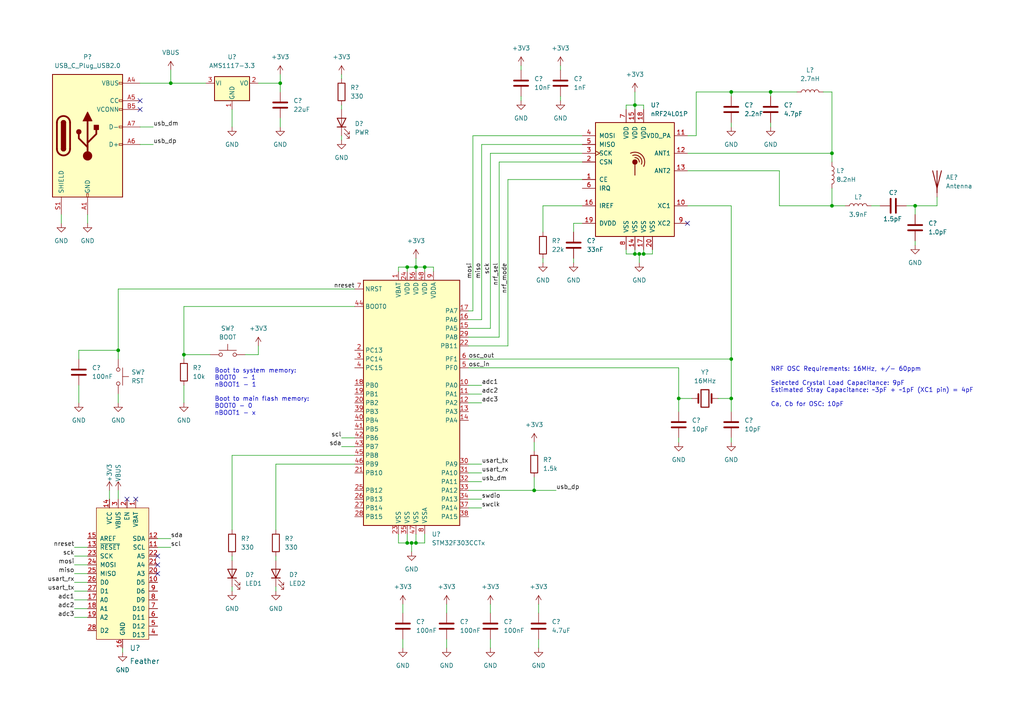
<source format=kicad_sch>
(kicad_sch (version 20211123) (generator eeschema)
  (paper "A4")
  (title_block (title "STM32 Dev Board with 2.4GHz Radio") (date "2022-05-10") (rev "A") (comment 1 "Author: Natesh Narain"))
  (lib_symbols
    (symbol "Connector:USB_C_Plug_USB2.0" (pin_names (offset 1.016))
      (property "Reference" "P" (at -10.16 19.05 0))
      (property "Value" "USB_C_Plug_USB2.0" (at 12.7 19.05 0))
      (symbol "USB_C_Plug_USB2.0_0_0"
        (rectangle (start -0.254 -17.78) (end 0.254 -16.764))
        (rectangle (start 10.16 -2.286) (end 9.144 -2.794))
        (rectangle (start 10.16 2.794) (end 9.144 2.286))
        (rectangle (start 10.16 7.874) (end 9.144 7.366))
        (rectangle (start 10.16 10.414) (end 9.144 9.906))
        (rectangle (start 10.16 15.494) (end 9.144 14.986))
      )
      (symbol "USB_C_Plug_USB2.0_0_1"
        (rectangle (start -10.16 17.78) (end 10.16 -17.78) (stroke (width 0.254)) (fill (type background)))
        (arc (start -8.89 -3.81) (mid -6.985 -5.715) (end -5.08 -3.81) (stroke (width 0.508)))
        (arc (start -7.62 -3.81) (mid -6.985 -4.445) (end -6.35 -3.81) (stroke (width 0.254)))
        (arc (start -7.62 -3.81) (mid -6.985 -4.445) (end -6.35 -3.81) (stroke (width 0.254)) (fill (type outline)))
        (rectangle (start -7.62 -3.81) (end -6.35 3.81) (stroke (width 0.254)) (fill (type outline)))
        (arc (start -6.35 3.81) (mid -6.985 4.445) (end -7.62 3.81) (stroke (width 0.254)))
        (arc (start -6.35 3.81) (mid -6.985 4.445) (end -7.62 3.81) (stroke (width 0.254)) (fill (type outline)))
        (arc (start -5.08 3.81) (mid -6.985 5.715) (end -8.89 3.81) (stroke (width 0.508)))
        (circle (center -2.54 1.143) (radius 0.635) (stroke (width 0.254)) (fill (type outline)))
        (circle (center 0 -5.842) (radius 1.27) (fill (type outline)))
        (polyline (pts (xy -8.89 -3.81) (xy -8.89 3.81)) (stroke (width 0.508)))
        (polyline (pts (xy -5.08 3.81) (xy -5.08 -3.81)) (stroke (width 0.508)))
        (polyline (pts (xy 0 -5.842) (xy 0 4.318)) (stroke (width 0.508)))
        (polyline (pts (xy 0 -3.302) (xy -2.54 -0.762) (xy -2.54 0.508)) (stroke (width 0.508)))
        (polyline (pts (xy 0 -2.032) (xy 2.54 0.508) (xy 2.54 1.778)) (stroke (width 0.508)))
        (polyline (pts (xy -1.27 4.318) (xy 0 6.858) (xy 1.27 4.318) (xy -1.27 4.318)) (stroke (width 0.254)) (fill (type outline)))
        (rectangle (start 1.905 1.778) (end 3.175 3.048) (stroke (width 0.254)) (fill (type outline)))
      )
      (symbol "USB_C_Plug_USB2.0_1_1"
        (pin passive line (at 0 -22.86 90) (length 5.08) (name "GND") (number "A1"))
        (pin passive line (at 0 -22.86 90) (length 5.08) hide (name "GND") (number "A12"))
        (pin passive line (at 15.24 15.24 180) (length 5.08) (name "VBUS") (number "A4"))
        (pin bidirectional line (at 15.24 10.16 180) (length 5.08) (name "CC") (number "A5"))
        (pin bidirectional line (at 15.24 -2.54 180) (length 5.08) (name "D+") (number "A6"))
        (pin bidirectional line (at 15.24 2.54 180) (length 5.08) (name "D-") (number "A7"))
        (pin passive line (at 15.24 15.24 180) (length 5.08) hide (name "VBUS") (number "A9"))
        (pin passive line (at 0 -22.86 90) (length 5.08) hide (name "GND") (number "B1"))
        (pin passive line (at 0 -22.86 90) (length 5.08) hide (name "GND") (number "B12"))
        (pin passive line (at 15.24 15.24 180) (length 5.08) hide (name "VBUS") (number "B4"))
        (pin bidirectional line (at 15.24 7.62 180) (length 5.08) (name "VCONN") (number "B5"))
        (pin passive line (at 15.24 15.24 180) (length 5.08) hide (name "VBUS") (number "B9"))
        (pin passive line (at -7.62 -22.86 90) (length 5.08) (name "SHIELD") (number "S1"))
      )
    )
    (symbol "Device:Antenna" (pin_numbers hide) (pin_names (offset 1.016) hide)
      (property "Reference" "AE" (at -1.905 1.905 0))
      (property "Value" "Antenna" (at -1.905 0 0))
      (symbol "Antenna_0_1"
        (polyline (pts (xy 0 2.54) (xy 0 -3.81)) (stroke (width 0.254)))
        (polyline (pts (xy 1.27 2.54) (xy 0 -2.54) (xy -1.27 2.54)) (stroke (width 0.254)))
      )
      (symbol "Antenna_1_1"
        (pin input line (at 0 -5.08 90) (length 2.54) (name "A") (number "1"))
      )
    )
    (symbol "Device:C" (pin_numbers hide) (pin_names (offset 0.254))
      (property "Reference" "C" (at 0.635 2.54 0))
      (property "Value" "C" (at 0.635 -2.54 0))
      (symbol "C_0_1"
        (polyline (pts (xy -2.032 -0.762) (xy 2.032 -0.762)) (stroke (width 0.508)))
        (polyline (pts (xy -2.032 0.762) (xy 2.032 0.762)) (stroke (width 0.508)))
      )
      (symbol "C_1_1"
        (pin passive line (at 0 3.81 270) (length 2.794) (name "~") (number "1"))
        (pin passive line (at 0 -3.81 90) (length 2.794) (name "~") (number "2"))
      )
    )
    (symbol "Device:Crystal" (pin_numbers hide) (pin_names (offset 1.016) hide)
      (property "Reference" "Y" (at 0 3.81 0))
      (property "Value" "Crystal" (at 0 -3.81 0))
      (symbol "Crystal_0_1"
        (rectangle (start -1.143 2.54) (end 1.143 -2.54) (stroke (width 0.3048)))
        (polyline (pts (xy -2.54 0) (xy -1.905 0)))
        (polyline (pts (xy -1.905 -1.27) (xy -1.905 1.27)) (stroke (width 0.508)))
        (polyline (pts (xy 1.905 -1.27) (xy 1.905 1.27)) (stroke (width 0.508)))
        (polyline (pts (xy 2.54 0) (xy 1.905 0)))
      )
      (symbol "Crystal_1_1"
        (pin passive line (at -3.81 0 0) (length 1.27) (name "1") (number "1"))
        (pin passive line (at 3.81 0 180) (length 1.27) (name "2") (number "2"))
      )
    )
    (symbol "Device:L" (pin_numbers hide) (pin_names (offset 1.016) hide)
      (property "Reference" "L" (at -1.27 0 90))
      (property "Value" "L" (at 1.905 0 90))
      (symbol "L_0_1"
        (arc (start 0 -2.54) (mid 0.635 -1.905) (end 0 -1.27))
        (arc (start 0 -1.27) (mid 0.635 -0.635) (end 0 0))
        (arc (start 0 0) (mid 0.635 0.635) (end 0 1.27))
        (arc (start 0 1.27) (mid 0.635 1.905) (end 0 2.54))
      )
      (symbol "L_1_1"
        (pin passive line (at 0 3.81 270) (length 1.27) (name "1") (number "1"))
        (pin passive line (at 0 -3.81 90) (length 1.27) (name "2") (number "2"))
      )
    )
    (symbol "Device:LED" (pin_numbers hide) (pin_names (offset 1.016) hide)
      (property "Reference" "D" (at 0 2.54 0))
      (property "Value" "LED" (at 0 -2.54 0))
      (symbol "LED_0_1"
        (polyline (pts (xy -1.27 -1.27) (xy -1.27 1.27)) (stroke (width 0.254)))
        (polyline (pts (xy -1.27 0) (xy 1.27 0)))
        (polyline (pts (xy 1.27 -1.27) (xy 1.27 1.27) (xy -1.27 0) (xy 1.27 -1.27)) (stroke (width 0.254)))
        (polyline (pts (xy -3.048 -0.762) (xy -4.572 -2.286) (xy -3.81 -2.286) (xy -4.572 -2.286) (xy -4.572 -1.524)))
        (polyline (pts (xy -1.778 -0.762) (xy -3.302 -2.286) (xy -2.54 -2.286) (xy -3.302 -2.286) (xy -3.302 -1.524)))
      )
      (symbol "LED_1_1"
        (pin passive line (at -3.81 0 0) (length 2.54) (name "K") (number "1"))
        (pin passive line (at 3.81 0 180) (length 2.54) (name "A") (number "2"))
      )
    )
    (symbol "Device:R" (pin_numbers hide) (pin_names (offset 0))
      (property "Reference" "R" (at 2.032 0 90))
      (property "Value" "R" (at 0 0 90))
      (symbol "R_0_1"
        (rectangle (start -1.016 -2.54) (end 1.016 2.54) (stroke (width 0.254)))
      )
      (symbol "R_1_1"
        (pin passive line (at 0 3.81 270) (length 1.27) (name "~") (number "1"))
        (pin passive line (at 0 -3.81 90) (length 1.27) (name "~") (number "2"))
      )
    )
    (symbol "MCU_ST_STM32F3:STM32F303CCTx"
      (property "Reference" "U?" (at 4.5594 -38.1 0))
      (property "Value" "STM32F303CCTx" (at 4.5594 -40.64 0))
      (symbol "STM32F303CCTx_0_1"
        (rectangle (start -15.24 -35.56) (end 12.7 35.56) (stroke (width 0.254)) (fill (type background)))
      )
      (symbol "STM32F303CCTx_1_1"
        (pin power_in line (at -5.08 38.1 270) (length 2.54) (name "VBAT") (number "1"))
        (pin bidirectional line (at 15.24 5.08 180) (length 2.54) (name "PA0") (number "10"))
        (pin bidirectional line (at 15.24 2.54 180) (length 2.54) (name "PA1") (number "11"))
        (pin bidirectional line (at 15.24 0 180) (length 2.54) (name "PA2") (number "12"))
        (pin bidirectional line (at 15.24 -2.54 180) (length 2.54) (name "PA3") (number "13"))
        (pin bidirectional line (at 15.24 -5.08 180) (length 2.54) (name "PA4") (number "14"))
        (pin bidirectional line (at 15.24 21.59 180) (length 2.54) (name "PA5") (number "15"))
        (pin bidirectional line (at 15.24 24.13 180) (length 2.54) (name "PA6") (number "16"))
        (pin bidirectional line (at 15.24 26.67 180) (length 2.54) (name "PA7") (number "17"))
        (pin bidirectional line (at -17.78 5.08 0) (length 2.54) (name "PB0") (number "18"))
        (pin bidirectional line (at -17.78 2.54 0) (length 2.54) (name "PB1") (number "19"))
        (pin bidirectional line (at -17.78 15.24 0) (length 2.54) (name "PC13") (number "2"))
        (pin bidirectional line (at -17.78 0 0) (length 2.54) (name "PB2") (number "20"))
        (pin bidirectional line (at -17.78 -20.32 0) (length 2.54) (name "PB10") (number "21"))
        (pin bidirectional line (at 15.24 16.51 180) (length 2.54) (name "PB11") (number "22"))
        (pin power_in line (at -5.08 -38.1 90) (length 2.54) (name "VSS") (number "23"))
        (pin power_in line (at -2.54 38.1 270) (length 2.54) (name "VDD") (number "24"))
        (pin bidirectional line (at -17.78 -25.4 0) (length 2.54) (name "PB12") (number "25"))
        (pin bidirectional line (at -17.78 -27.94 0) (length 2.54) (name "PB13") (number "26"))
        (pin bidirectional line (at -17.78 -30.48 0) (length 2.54) (name "PB14") (number "27"))
        (pin bidirectional line (at -17.78 -33.02 0) (length 2.54) (name "PB15") (number "28"))
        (pin bidirectional line (at 15.24 19.05 180) (length 2.54) (name "PA8") (number "29"))
        (pin bidirectional line (at -17.78 12.7 0) (length 2.54) (name "PC14") (number "3"))
        (pin bidirectional line (at 15.24 -17.78 180) (length 2.54) (name "PA9") (number "30"))
        (pin bidirectional line (at 15.24 -20.32 180) (length 2.54) (name "PA10") (number "31"))
        (pin bidirectional line (at 15.24 -22.86 180) (length 2.54) (name "PA11") (number "32"))
        (pin bidirectional line (at 15.24 -25.4 180) (length 2.54) (name "PA12") (number "33"))
        (pin bidirectional line (at 15.24 -27.94 180) (length 2.54) (name "PA13") (number "34"))
        (pin power_in line (at -2.54 -38.1 90) (length 2.54) (name "VSS") (number "35"))
        (pin power_in line (at 0 38.1 270) (length 2.54) (name "VDD") (number "36"))
        (pin bidirectional line (at 15.24 -30.48 180) (length 2.54) (name "PA14") (number "37"))
        (pin bidirectional line (at 15.24 -33.02 180) (length 2.54) (name "PA15") (number "38"))
        (pin bidirectional line (at -17.78 -2.54 0) (length 2.54) (name "PB3") (number "39"))
        (pin bidirectional line (at -17.78 10.16 0) (length 2.54) (name "PC15") (number "4"))
        (pin bidirectional line (at -17.78 -5.08 0) (length 2.54) (name "PB4") (number "40"))
        (pin bidirectional line (at -17.78 -7.62 0) (length 2.54) (name "PB5") (number "41"))
        (pin bidirectional line (at -17.78 -10.16 0) (length 2.54) (name "PB6") (number "42"))
        (pin bidirectional line (at -17.78 -12.7 0) (length 2.54) (name "PB7") (number "43"))
        (pin input line (at -17.78 27.94 0) (length 2.54) (name "BOOT0") (number "44"))
        (pin bidirectional line (at -17.78 -15.24 0) (length 2.54) (name "PB8") (number "45"))
        (pin bidirectional line (at -17.78 -17.78 0) (length 2.54) (name "PB9") (number "46"))
        (pin power_in line (at 0 -38.1 90) (length 2.54) (name "VSS") (number "47"))
        (pin power_in line (at 2.54 38.1 270) (length 2.54) (name "VDD") (number "48"))
        (pin input line (at 15.24 10.16 180) (length 2.54) (name "PF0") (number "5"))
        (pin input line (at 15.24 12.7 180) (length 2.54) (name "PF1") (number "6"))
        (pin input line (at -17.78 33.02 0) (length 2.54) (name "NRST") (number "7"))
        (pin power_in line (at 2.54 -38.1 90) (length 2.54) (name "VSSA") (number "8"))
        (pin power_in line (at 5.08 38.1 270) (length 2.54) (name "VDDA") (number "9"))
      )
    )
    (symbol "RF:nRF24L01P" (pin_names (offset 1.016))
      (property "Reference" "U" (at -11.43 17.78 0))
      (property "Value" "nRF24L01P" (at 5.08 17.78 0))
      (symbol "nRF24L01P_0_1"
        (rectangle (start -11.43 16.51) (end 11.43 -16.51) (stroke (width 0.254)) (fill (type background)))
        (polyline (pts (xy 0 4.445) (xy 0 1.27)) (stroke (width 0.254)))
        (circle (center 0 5.08) (radius 0.635) (stroke (width 0.254)) (fill (type outline)))
        (arc (start 1.27 5.08) (mid 0.9109 5.9909) (end 0 6.35) (stroke (width 0.254)))
        (arc (start 1.905 4.445) (mid 1.4383 6.5183) (end -0.635 6.985) (stroke (width 0.254)))
        (arc (start 2.54 3.81) (mid 2.008 7.088) (end -1.27 7.62) (stroke (width 0.254)))
        (rectangle (start 11.43 -13.97) (end 11.43 -13.97))
      )
      (symbol "nRF24L01P_1_1"
        (pin input line (at -15.24 0 0) (length 3.81) (name "CE") (number "1"))
        (pin passive line (at 15.24 -7.62 180) (length 3.81) (name "XC1") (number "10"))
        (pin power_out line (at 15.24 12.7 180) (length 3.81) (name "VDD_PA") (number "11"))
        (pin passive line (at 15.24 7.62 180) (length 3.81) (name "ANT1") (number "12"))
        (pin passive line (at 15.24 2.54 180) (length 3.81) (name "ANT2") (number "13"))
        (pin power_in line (at 0 -20.32 90) (length 3.81) (name "VSS") (number "14"))
        (pin power_in line (at 0 20.32 270) (length 3.81) (name "VDD") (number "15"))
        (pin passive line (at -15.24 -7.62 0) (length 3.81) (name "IREF") (number "16"))
        (pin power_in line (at 2.54 -20.32 90) (length 3.81) (name "VSS") (number "17"))
        (pin power_in line (at 2.54 20.32 270) (length 3.81) (name "VDD") (number "18"))
        (pin power_out line (at -15.24 -12.7 0) (length 3.81) (name "DVDD") (number "19"))
        (pin input line (at -15.24 5.08 0) (length 3.81) (name "CSN") (number "2"))
        (pin power_in line (at 5.08 -20.32 90) (length 3.81) (name "VSS") (number "20"))
        (pin input clock (at -15.24 7.62 0) (length 3.81) (name "SCK") (number "3"))
        (pin input line (at -15.24 12.7 0) (length 3.81) (name "MOSI") (number "4"))
        (pin output line (at -15.24 10.16 0) (length 3.81) (name "MISO") (number "5"))
        (pin output line (at -15.24 -2.54 0) (length 3.81) (name "IRQ") (number "6"))
        (pin power_in line (at -2.54 20.32 270) (length 3.81) (name "VDD") (number "7"))
        (pin power_in line (at -2.54 -20.32 90) (length 3.81) (name "VSS") (number "8"))
        (pin passive line (at 15.24 -12.7 180) (length 3.81) (name "XC2") (number "9"))
      )
    )
    (symbol "Regulator_Linear:AMS1117-3.3" (pin_names (offset 0.254))
      (property "Reference" "U" (at -3.81 3.175 0))
      (property "Value" "AMS1117-3.3" (at 0 3.175 0))
      (symbol "AMS1117-3.3_0_1"
        (rectangle (start -5.08 -5.08) (end 5.08 1.905) (stroke (width 0.254)) (fill (type background)))
      )
      (symbol "AMS1117-3.3_1_1"
        (pin power_in line (at 0 -7.62 90) (length 2.54) (name "GND") (number "1"))
        (pin power_out line (at 7.62 0 180) (length 2.54) (name "VO") (number "2"))
        (pin power_in line (at -7.62 0 0) (length 2.54) (name "VI") (number "3"))
      )
    )
    (symbol "Switch:SW_Push" (pin_numbers hide) (pin_names (offset 1.016) hide)
      (property "Reference" "SW" (at 1.27 2.54 0))
      (property "Value" "SW_Push" (at 0 -1.524 0))
      (symbol "SW_Push_0_1"
        (circle (center -2.032 0) (radius 0.508))
        (polyline (pts (xy 0 1.27) (xy 0 3.048)))
        (polyline (pts (xy 2.54 1.27) (xy -2.54 1.27)))
        (circle (center 2.032 0) (radius 0.508))
        (pin passive line (at -5.08 0 0) (length 2.54) (name "1") (number "1"))
        (pin passive line (at 5.08 0 180) (length 2.54) (name "2") (number "2"))
      )
    )
    (symbol "adafruit:Feather" (pin_names (offset 1.016))
      (property "Reference" "U" (at 10.16 21.59 0))
      (property "Value" "Feather" (at 10.16 24.13 0))
      (symbol "Feather_0_1"
        (rectangle (start -7.62 17.78) (end 7.62 -20.32) (fill (type background)))
      )
      (symbol "Feather_1_1"
        (pin power_in line (at 3.81 20.32 270) (length 2.54) (name "VBAT") (number "1"))
        (pin bidirectional line (at 10.16 -3.81 180) (length 2.54) (name "D5") (number "10"))
        (pin bidirectional line (at 10.16 6.35 180) (length 2.54) (name "SCL") (number "11"))
        (pin bidirectional line (at 10.16 8.89 180) (length 2.54) (name "SDA") (number "12"))
        (pin input line (at -10.16 6.35 0) (length 2.54) (name "~{RESET}") (number "13"))
        (pin power_in line (at -3.81 20.32 270) (length 2.54) (name "VCC") (number "14"))
        (pin input line (at -10.16 8.89 0) (length 2.54) (name "AREF") (number "15"))
        (pin power_out line (at 0 -22.86 90) (length 2.54) (name "GND") (number "16"))
        (pin bidirectional line (at -10.16 -8.89 0) (length 2.54) (name "A0") (number "17"))
        (pin bidirectional line (at -10.16 -11.43 0) (length 2.54) (name "A1") (number "18"))
        (pin bidirectional line (at -10.16 -13.97 0) (length 2.54) (name "A2") (number "19"))
        (pin input line (at 1.27 20.32 270) (length 2.54) (name "EN") (number "2"))
        (pin bidirectional line (at 10.16 -1.27 180) (length 2.54) (name "A3") (number "20"))
        (pin bidirectional line (at 10.16 1.27 180) (length 2.54) (name "A4") (number "21"))
        (pin bidirectional line (at 10.16 3.81 180) (length 2.54) (name "A5") (number "22"))
        (pin bidirectional line (at -10.16 3.81 0) (length 2.54) (name "SCK") (number "23"))
        (pin bidirectional line (at -10.16 1.27 0) (length 2.54) (name "MOSI") (number "24"))
        (pin bidirectional line (at -10.16 -1.27 0) (length 2.54) (name "MISO") (number "25"))
        (pin bidirectional line (at -10.16 -3.81 0) (length 2.54) (name "D0") (number "26"))
        (pin bidirectional line (at -10.16 -6.35 0) (length 2.54) (name "D1") (number "27"))
        (pin bidirectional line (at -10.16 -17.78 0) (length 2.54) (name "D2") (number "28"))
        (pin power_out line (at -1.27 20.32 270) (length 2.54) (name "VBUS") (number "3"))
        (pin bidirectional line (at 10.16 -19.05 180) (length 2.54) (name "D13") (number "4"))
        (pin bidirectional line (at 10.16 -16.51 180) (length 2.54) (name "D12") (number "5"))
        (pin bidirectional line (at 10.16 -13.97 180) (length 2.54) (name "D11") (number "6"))
        (pin bidirectional line (at 10.16 -11.43 180) (length 2.54) (name "D10") (number "7"))
        (pin bidirectional line (at 10.16 -8.89 180) (length 2.54) (name "D9") (number "8"))
        (pin bidirectional line (at 10.16 -6.35 180) (length 2.54) (name "D6") (number "9"))
      )
    )
    (symbol "power:+3V3" (power) (pin_names (offset 0))
      (property "Value" "+3V3" (at 0 3.556 0))
      (symbol "+3V3_0_1"
        (polyline (pts (xy -0.762 1.27) (xy 0 2.54)))
        (polyline (pts (xy 0 0) (xy 0 2.54)))
        (polyline (pts (xy 0 2.54) (xy 0.762 1.27)))
      )
      (symbol "+3V3_1_1"
        (pin power_in line (at 0 0 90) (length 0) hide (name "+3V3") (number "1"))
      )
    )
    (symbol "power:GND" (power) (pin_names (offset 0))
      (property "Value" "GND" (at 0 -3.81 0))
      (symbol "GND_0_1"
        (polyline (pts (xy 0 0) (xy 0 -1.27) (xy 1.27 -1.27) (xy 0 -2.54) (xy -1.27 -1.27) (xy 0 -1.27)))
      )
      (symbol "GND_1_1"
        (pin power_in line (at 0 0 270) (length 0) hide (name "GND") (number "1"))
      )
    )
    (symbol "power:VBUS" (power) (pin_names (offset 0))
      (property "Value" "VBUS" (at 0 3.81 0))
      (symbol "VBUS_0_1"
        (polyline (pts (xy -0.762 1.27) (xy 0 2.54)))
        (polyline (pts (xy 0 0) (xy 0 2.54)))
        (polyline (pts (xy 0 2.54) (xy 0.762 1.27)))
      )
      (symbol "VBUS_1_1"
        (pin power_in line (at 0 0 90) (length 0) hide (name "VBUS") (number "1"))
      )
    )
  )
  (junction (at 241.3 44.45))
  (junction (at 223.52 26.67))
  (junction (at 212.09 26.67))
  (junction (at 118.11 157.48))
  (junction (at 184.15 30.48))
  (junction (at 154.94 142.24))
  (junction (at 212.09 115.57))
  (junction (at 212.09 104.14))
  (junction (at 186.69 73.66))
  (junction (at 185.42 73.66))
  (junction (at 119.38 157.48))
  (junction (at 123.19 77.47))
  (junction (at 120.65 77.47))
  (junction (at 184.15 73.66))
  (junction (at 196.85 115.57))
  (junction (at 34.29 101.6))
  (junction (at 81.28 24.13))
  (junction (at 120.65 157.48))
  (junction (at 241.3 59.69))
  (junction (at 53.34 102.87))
  (junction (at 49.53 24.13))
  (junction (at 118.11 77.47))
  (junction (at 265.43 59.69))
  (no_connect (at 36.83 144.78))
  (no_connect (at 39.37 144.78))
  (no_connect (at 40.64 29.21))
  (no_connect (at 40.64 31.75))
  (no_connect (at 45.72 163.83))
  (no_connect (at 45.72 161.29))
  (no_connect (at 45.72 166.37))
  (no_connect (at 199.39 64.77))
  (wire (pts (xy 135.89 100.33) (xy 147.32 100.33)))
  (wire (pts (xy 135.89 134.62) (xy 139.7 134.62)))
  (wire (pts (xy 74.93 102.87) (xy 74.93 100.33)))
  (wire (pts (xy 241.3 44.45) (xy 241.3 46.99)))
  (wire (pts (xy 123.19 154.94) (xy 123.19 157.48)))
  (wire (pts (xy 123.19 77.47) (xy 120.65 77.47)))
  (wire (pts (xy 157.48 74.93) (xy 157.48 76.2)))
  (wire (pts (xy 34.29 142.24) (xy 34.29 144.78)))
  (wire (pts (xy 226.06 49.53) (xy 226.06 59.69)))
  (wire (pts (xy 199.39 49.53) (xy 226.06 49.53)))
  (wire (pts (xy 135.89 97.79) (xy 144.78 97.79)))
  (wire (pts (xy 265.43 59.69) (xy 271.78 59.69)))
  (wire (pts (xy 116.84 185.42) (xy 116.84 187.96)))
  (wire (pts (xy 102.87 134.62) (xy 80.01 134.62)))
  (wire (pts (xy 123.19 78.74) (xy 123.19 77.47)))
  (wire (pts (xy 142.24 44.45) (xy 168.91 44.45)))
  (wire (pts (xy 17.78 62.23) (xy 17.78 64.77)))
  (wire (pts (xy 67.31 31.75) (xy 67.31 36.83)))
  (wire (pts (xy 116.84 175.26) (xy 116.84 177.8)))
  (wire (pts (xy 181.61 73.66) (xy 184.15 73.66)))
  (wire (pts (xy 241.3 59.69) (xy 241.3 54.61)))
  (wire (pts (xy 53.34 88.9) (xy 53.34 102.87)))
  (wire (pts (xy 137.16 90.17) (xy 137.16 39.37)))
  (wire (pts (xy 22.86 101.6) (xy 34.29 101.6)))
  (wire (pts (xy 115.57 157.48) (xy 118.11 157.48)))
  (wire (pts (xy 142.24 175.26) (xy 142.24 177.8)))
  (wire (pts (xy 200.66 115.57) (xy 196.85 115.57)))
  (wire (pts (xy 196.85 106.68) (xy 196.85 115.57)))
  (wire (pts (xy 212.09 115.57) (xy 212.09 119.38)))
  (wire (pts (xy 40.64 41.91) (xy 44.45 41.91)))
  (wire (pts (xy 129.54 185.42) (xy 129.54 187.96)))
  (wire (pts (xy 34.29 83.82) (xy 34.29 101.6)))
  (wire (pts (xy 212.09 26.67) (xy 212.09 27.94)))
  (wire (pts (xy 135.89 144.78) (xy 139.7 144.78)))
  (wire (pts (xy 115.57 154.94) (xy 115.57 157.48)))
  (wire (pts (xy 186.69 30.48) (xy 184.15 30.48)))
  (wire (pts (xy 201.93 26.67) (xy 212.09 26.67)))
  (wire (pts (xy 49.53 20.32) (xy 49.53 24.13)))
  (wire (pts (xy 226.06 59.69) (xy 241.3 59.69)))
  (wire (pts (xy 265.43 59.69) (xy 265.43 62.23)))
  (wire (pts (xy 120.65 74.93) (xy 120.65 77.47)))
  (wire (pts (xy 166.37 64.77) (xy 168.91 64.77)))
  (wire (pts (xy 212.09 26.67) (xy 223.52 26.67)))
  (wire (pts (xy 135.89 106.68) (xy 196.85 106.68)))
  (wire (pts (xy 135.89 92.71) (xy 139.7 92.71)))
  (wire (pts (xy 125.73 77.47) (xy 123.19 77.47)))
  (wire (pts (xy 74.93 24.13) (xy 81.28 24.13)))
  (wire (pts (xy 151.13 27.94) (xy 151.13 29.21)))
  (wire (pts (xy 119.38 157.48) (xy 120.65 157.48)))
  (wire (pts (xy 49.53 24.13) (xy 59.69 24.13)))
  (wire (pts (xy 21.59 173.99) (xy 25.4 173.99)))
  (wire (pts (xy 99.06 21.59) (xy 99.06 22.86)))
  (wire (pts (xy 119.38 157.48) (xy 119.38 160.02)))
  (wire (pts (xy 223.52 26.67) (xy 231.14 26.67)))
  (wire (pts (xy 168.91 59.69) (xy 157.48 59.69)))
  (wire (pts (xy 199.39 44.45) (xy 241.3 44.45)))
  (wire (pts (xy 80.01 134.62) (xy 80.01 153.67)))
  (wire (pts (xy 102.87 132.08) (xy 67.31 132.08)))
  (wire (pts (xy 184.15 30.48) (xy 184.15 31.75)))
  (wire (pts (xy 147.32 52.07) (xy 168.91 52.07)))
  (wire (pts (xy 80.01 161.29) (xy 80.01 162.56)))
  (wire (pts (xy 99.06 39.37) (xy 99.06 40.64)))
  (wire (pts (xy 223.52 26.67) (xy 223.52 27.94)))
  (wire (pts (xy 35.56 187.96) (xy 35.56 189.23)))
  (wire (pts (xy 135.89 147.32) (xy 139.7 147.32)))
  (wire (pts (xy 45.72 158.75) (xy 49.53 158.75)))
  (wire (pts (xy 181.61 72.39) (xy 181.61 73.66)))
  (wire (pts (xy 185.42 73.66) (xy 184.15 73.66)))
  (wire (pts (xy 166.37 74.93) (xy 166.37 76.2)))
  (wire (pts (xy 241.3 59.69) (xy 245.11 59.69)))
  (wire (pts (xy 53.34 111.76) (xy 53.34 116.84)))
  (wire (pts (xy 118.11 78.74) (xy 118.11 77.47)))
  (wire (pts (xy 71.12 102.87) (xy 74.93 102.87)))
  (wire (pts (xy 262.89 59.69) (xy 265.43 59.69)))
  (wire (pts (xy 186.69 73.66) (xy 189.23 73.66)))
  (wire (pts (xy 154.94 142.24) (xy 154.94 138.43)))
  (wire (pts (xy 99.06 127) (xy 102.87 127)))
  (wire (pts (xy 34.29 101.6) (xy 34.29 104.14)))
  (wire (pts (xy 120.65 77.47) (xy 120.65 78.74)))
  (wire (pts (xy 21.59 161.29) (xy 25.4 161.29)))
  (wire (pts (xy 99.06 129.54) (xy 102.87 129.54)))
  (wire (pts (xy 118.11 77.47) (xy 120.65 77.47)))
  (wire (pts (xy 135.89 139.7) (xy 139.7 139.7)))
  (wire (pts (xy 81.28 24.13) (xy 81.28 26.67)))
  (wire (pts (xy 123.19 157.48) (xy 120.65 157.48)))
  (wire (pts (xy 135.89 90.17) (xy 137.16 90.17)))
  (wire (pts (xy 115.57 77.47) (xy 118.11 77.47)))
  (wire (pts (xy 154.94 128.27) (xy 154.94 130.81)))
  (wire (pts (xy 199.39 39.37) (xy 201.93 39.37)))
  (wire (pts (xy 151.13 19.05) (xy 151.13 20.32)))
  (wire (pts (xy 196.85 127) (xy 196.85 128.27)))
  (wire (pts (xy 142.24 185.42) (xy 142.24 187.96)))
  (wire (pts (xy 201.93 39.37) (xy 201.93 26.67)))
  (wire (pts (xy 185.42 76.2) (xy 185.42 73.66)))
  (wire (pts (xy 34.29 83.82) (xy 102.87 83.82)))
  (wire (pts (xy 125.73 78.74) (xy 125.73 77.47)))
  (wire (pts (xy 271.78 59.69) (xy 271.78 57.15)))
  (wire (pts (xy 181.61 30.48) (xy 184.15 30.48)))
  (wire (pts (xy 212.09 35.56) (xy 212.09 36.83)))
  (wire (pts (xy 115.57 78.74) (xy 115.57 77.47)))
  (wire (pts (xy 139.7 92.71) (xy 139.7 41.91)))
  (wire (pts (xy 21.59 179.07) (xy 25.4 179.07)))
  (wire (pts (xy 22.86 111.76) (xy 22.86 116.84)))
  (wire (pts (xy 102.87 88.9) (xy 53.34 88.9)))
  (wire (pts (xy 31.75 142.24) (xy 31.75 144.78)))
  (wire (pts (xy 196.85 115.57) (xy 196.85 119.38)))
  (wire (pts (xy 40.64 24.13) (xy 49.53 24.13)))
  (wire (pts (xy 135.89 114.3) (xy 139.7 114.3)))
  (wire (pts (xy 99.06 30.48) (xy 99.06 31.75)))
  (wire (pts (xy 139.7 41.91) (xy 168.91 41.91)))
  (wire (pts (xy 156.21 185.42) (xy 156.21 187.96)))
  (wire (pts (xy 265.43 69.85) (xy 265.43 71.12)))
  (wire (pts (xy 184.15 72.39) (xy 184.15 73.66)))
  (wire (pts (xy 34.29 114.3) (xy 34.29 116.84)))
  (wire (pts (xy 135.89 137.16) (xy 139.7 137.16)))
  (wire (pts (xy 166.37 67.31) (xy 166.37 64.77)))
  (wire (pts (xy 45.72 156.21) (xy 49.53 156.21)))
  (wire (pts (xy 120.65 157.48) (xy 120.65 154.94)))
  (wire (pts (xy 53.34 102.87) (xy 53.34 104.14)))
  (wire (pts (xy 144.78 97.79) (xy 144.78 46.99)))
  (wire (pts (xy 252.73 59.69) (xy 255.27 59.69)))
  (wire (pts (xy 67.31 161.29) (xy 67.31 162.56)))
  (wire (pts (xy 223.52 35.56) (xy 223.52 36.83)))
  (wire (pts (xy 241.3 26.67) (xy 241.3 44.45)))
  (wire (pts (xy 25.4 62.23) (xy 25.4 64.77)))
  (wire (pts (xy 186.69 72.39) (xy 186.69 73.66)))
  (wire (pts (xy 53.34 102.87) (xy 60.96 102.87)))
  (wire (pts (xy 186.69 73.66) (xy 185.42 73.66)))
  (wire (pts (xy 238.76 26.67) (xy 241.3 26.67)))
  (wire (pts (xy 118.11 154.94) (xy 118.11 157.48)))
  (wire (pts (xy 189.23 73.66) (xy 189.23 72.39)))
  (wire (pts (xy 21.59 163.83) (xy 25.4 163.83)))
  (wire (pts (xy 156.21 175.26) (xy 156.21 177.8)))
  (wire (pts (xy 135.89 95.25) (xy 142.24 95.25)))
  (wire (pts (xy 21.59 176.53) (xy 25.4 176.53)))
  (wire (pts (xy 129.54 175.26) (xy 129.54 177.8)))
  (wire (pts (xy 80.01 170.18) (xy 80.01 171.45)))
  (wire (pts (xy 147.32 100.33) (xy 147.32 52.07)))
  (wire (pts (xy 162.56 19.05) (xy 162.56 20.32)))
  (wire (pts (xy 137.16 39.37) (xy 168.91 39.37)))
  (wire (pts (xy 162.56 27.94) (xy 162.56 29.21)))
  (wire (pts (xy 212.09 59.69) (xy 212.09 104.14)))
  (wire (pts (xy 135.89 111.76) (xy 139.7 111.76)))
  (wire (pts (xy 157.48 59.69) (xy 157.48 67.31)))
  (wire (pts (xy 135.89 142.24) (xy 154.94 142.24)))
  (wire (pts (xy 21.59 171.45) (xy 25.4 171.45)))
  (wire (pts (xy 154.94 142.24) (xy 161.29 142.24)))
  (wire (pts (xy 40.64 36.83) (xy 44.45 36.83)))
  (wire (pts (xy 21.59 158.75) (xy 25.4 158.75)))
  (wire (pts (xy 208.28 115.57) (xy 212.09 115.57)))
  (wire (pts (xy 144.78 46.99) (xy 168.91 46.99)))
  (wire (pts (xy 21.59 168.91) (xy 25.4 168.91)))
  (wire (pts (xy 81.28 34.29) (xy 81.28 36.83)))
  (wire (pts (xy 118.11 157.48) (xy 119.38 157.48)))
  (wire (pts (xy 212.09 104.14) (xy 212.09 115.57)))
  (wire (pts (xy 142.24 95.25) (xy 142.24 44.45)))
  (wire (pts (xy 21.59 166.37) (xy 25.4 166.37)))
  (wire (pts (xy 199.39 59.69) (xy 212.09 59.69)))
  (wire (pts (xy 181.61 31.75) (xy 181.61 30.48)))
  (wire (pts (xy 81.28 21.59) (xy 81.28 24.13)))
  (wire (pts (xy 67.31 170.18) (xy 67.31 171.45)))
  (wire (pts (xy 22.86 104.14) (xy 22.86 101.6)))
  (wire (pts (xy 135.89 116.84) (xy 139.7 116.84)))
  (wire (pts (xy 135.89 104.14) (xy 212.09 104.14)))
  (wire (pts (xy 186.69 31.75) (xy 186.69 30.48)))
  (wire (pts (xy 212.09 127) (xy 212.09 128.27)))
  (wire (pts (xy 184.15 26.67) (xy 184.15 30.48)))
  (wire (pts (xy 67.31 132.08) (xy 67.31 153.67)))
  (text "Boot to system memory:\nBOOT0  - 1\nnBOOT1 - 1\n\nBoot to main flash memory:\nBOOT0 - 0\nnBOOT1 - x" (at 62.23 120.65 0) (effects (font (size 1.27 1.27)) (justify left bottom)))
  (text "NRF OSC Requirements: 16MHz, +/- 60ppm\n\nSelected Crystal Load Capacitance: 9pF\nEstimated Stray Capacitance: ~3pF + ~1pF (XC1 pin) = 4pF\n\nCa, Cb for OSC: 10pF" (at 223.52 118.11 0) (effects (font (size 1.27 1.27)) (justify left bottom)))
  (label "osc_in" (at 135.89 106.68 0))
  (label "swdio" (at 139.7 144.78 0))
  (label "usb_dm" (at 139.7 139.7 0))
  (label "sck" (at 142.24 76.2 270))
  (label "nreset" (at 21.59 158.75 180))
  (label "nrf_mode" (at 147.32 76.2 270))
  (label "usb_dm" (at 44.45 36.83 0))
  (label "sck" (at 21.59 161.29 180))
  (label "adc3" (at 21.59 179.07 180))
  (label "usart_tx" (at 139.7 134.62 0))
  (label "usart_rx" (at 139.7 137.16 0))
  (label "nrf_sel" (at 144.78 76.2 270))
  (label "mosi" (at 137.16 76.2 270))
  (label "miso" (at 139.7 76.2 270))
  (label "mosi" (at 21.59 163.83 180))
  (label "usart_tx" (at 21.59 171.45 180))
  (label "miso" (at 21.59 166.37 180))
  (label "sda" (at 49.53 156.21 0))
  (label "swclk" (at 139.7 147.32 0))
  (label "usb_dp" (at 44.45 41.91 0))
  (label "adc2" (at 21.59 176.53 180))
  (label "scl" (at 99.06 127 180))
  (label "sda" (at 99.06 129.54 180))
  (label "adc2" (at 139.7 114.3 0))
  (label "adc1" (at 21.59 173.99 180))
  (label "nreset" (at 102.87 83.82 180))
  (label "osc_out" (at 135.89 104.14 0))
  (label "usb_dp" (at 161.29 142.24 0))
  (label "adc3" (at 139.7 116.84 0))
  (label "adc1" (at 139.7 111.76 0))
  (label "scl" (at 49.53 158.75 0))
  (label "usart_rx" (at 21.59 168.91 180))
  (symbol (lib_id "Device:L") (at 234.95 26.67 90) (unit 1)
    (property "Reference" "L?" (at 234.95 20.32 90))
    (property "Value" "2.7nH" (at 234.95 22.86 90))
  )
  (symbol (lib_id "MCU_ST_STM32F3:STM32F303CCTx") (at 120.65 116.84 0) (unit 1)
    (property "Reference" "U?" (at 125.2094 154.94 0) (effects (justify left)))
    (property "Value" "STM32F303CCTx" (at 125.2094 157.48 0) (effects (justify left)))
    (property "Footprint" "Package_QFP:LQFP-48_7x7mm_P0.5mm" (effects hide))
    (property "Datasheet" "http://www.st.com/st-web-ui/static/active/en/resource/technical/document/datasheet/DM00058181.pdf" (effects hide))
    (property "LCSC" "C81523" (effects hide))
  )
  (symbol (lib_id "power:GND") (at 212.09 36.83 0) (unit 1)
    (property "Reference" "#PWR?" (effects hide))
    (property "Value" "GND" (at 212.09 41.91 0))
  )
  (symbol (lib_id "power:GND") (at 17.78 64.77 0) (unit 1)
    (property "Reference" "#PWR?" (effects hide))
    (property "Value" "GND" (at 17.78 69.85 0))
  )
  (symbol (lib_id "Device:C") (at 223.52 31.75 0) (unit 1)
    (property "Reference" "C?" (at 227.33 30.4799 0) (effects (justify left)))
    (property "Value" "4.7pF" (at 227.33 33.0199 0) (effects (justify left)))
  )
  (symbol (lib_id "power:GND") (at 223.52 36.83 0) (unit 1)
    (property "Reference" "#PWR?" (effects hide))
    (property "Value" "GND" (at 223.52 41.91 0))
  )
  (symbol (lib_id "power:GND") (at 81.28 36.83 0) (unit 1)
    (property "Reference" "#PWR?" (effects hide))
    (property "Value" "GND" (at 81.28 41.91 0))
  )
  (symbol (lib_id "power:VBUS") (at 49.53 20.32 0) (unit 1)
    (property "Reference" "#PWR?" (effects hide))
    (property "Value" "VBUS" (at 49.53 15.24 0))
  )
  (symbol (lib_id "Device:C") (at 22.86 107.95 0) (unit 1)
    (property "Reference" "C?" (at 26.67 106.6799 0) (effects (justify left)))
    (property "Value" "100nF" (at 26.67 109.2199 0) (effects (justify left)))
    (property "Footprint" "Capacitor_SMD:C_0805_2012Metric" (effects hide))
    (property "Datasheet" "https://datasheet.lcsc.com/lcsc/1810191216_Samsung-Electro-Mechanics-CL21B104KCFNNNE_C28233.pdf" (effects hide))
    (property "LCSC" "C28233" (effects hide))
  )
  (symbol (lib_id "power:GND") (at 34.29 116.84 0) (unit 1)
    (property "Reference" "#PWR?" (effects hide))
    (property "Value" "GND" (at 34.29 121.92 0))
  )
  (symbol (lib_id "Device:Crystal") (at 204.47 115.57 0) (unit 1)
    (property "Reference" "Y?" (at 204.47 107.95 0))
    (property "Value" "16MHz" (at 204.47 110.49 0))
    (property "Datasheet" "https://datasheet.lcsc.com/lcsc/2103291133_Yangxing-Tech-X322516MLB4SI_C13738.pdf" (effects hide))
    (property "LCSC" "C13738" (effects hide))
  )
  (symbol (lib_id "Device:R") (at 53.34 107.95 0) (unit 1)
    (property "Reference" "R?" (at 55.88 106.6799 0) (effects (justify left)))
    (property "Value" "10k" (at 55.88 109.2199 0) (effects (justify left)))
  )
  (symbol (lib_id "power:GND") (at 166.37 76.2 0) (unit 1)
    (property "Reference" "#PWR?" (effects hide))
    (property "Value" "GND" (at 166.37 81.28 0))
  )
  (symbol (lib_id "Device:C") (at 166.37 71.12 0) (unit 1)
    (property "Reference" "C?" (at 170.18 69.8499 0) (effects (justify left)))
    (property "Value" "33nF" (at 170.18 72.3899 0) (effects (justify left)))
  )
  (symbol (lib_id "power:VBUS") (at 34.29 142.24 0) (unit 1)
    (property "Reference" "#PWR?" (effects hide))
    (property "Value" "VBUS" (at 34.29 137.16 90))
  )
  (symbol (lib_id "power:GND") (at 67.31 36.83 0) (unit 1)
    (property "Reference" "#PWR?" (effects hide))
    (property "Value" "GND" (at 67.31 41.91 0))
  )
  (symbol (lib_id "Device:LED") (at 99.06 35.56 90) (unit 1)
    (property "Reference" "D?" (at 102.87 35.8774 90) (effects (justify right)))
    (property "Value" "PWR" (at 102.87 38.4174 90) (effects (justify right)))
  )
  (symbol (lib_id "power:+3V3") (at 74.93 100.33 0) (unit 1)
    (property "Reference" "#PWR?" (effects hide))
    (property "Value" "+3V3" (at 74.93 95.25 0))
  )
  (symbol (lib_id "Regulator_Linear:AMS1117-3.3") (at 67.31 24.13 0) (unit 1)
    (property "Reference" "U?" (at 67.31 16.51 0))
    (property "Value" "AMS1117-3.3" (at 67.31 19.05 0))
    (property "Footprint" "Package_TO_SOT_SMD:SOT-223-3_TabPin2" (effects hide))
    (property "Datasheet" "http://www.advanced-monolithic.com/pdf/ds1117.pdf" (effects hide))
  )
  (symbol (lib_id "power:GND") (at 265.43 71.12 0) (unit 1)
    (property "Reference" "#PWR?" (effects hide))
    (property "Value" "GND" (at 265.43 76.2 0))
  )
  (symbol (lib_id "power:+3V3") (at 31.75 142.24 0) (unit 1)
    (property "Reference" "#PWR?" (effects hide))
    (property "Value" "+3V3" (at 31.75 137.16 90))
  )
  (symbol (lib_id "Device:LED") (at 67.31 166.37 90) (unit 1)
    (property "Reference" "D?" (at 71.12 166.6874 90) (effects (justify right)))
    (property "Value" "LED1" (at 71.12 169.2274 90) (effects (justify right)))
  )
  (symbol (lib_id "Device:L") (at 248.92 59.69 90) (unit 1)
    (property "Reference" "L?" (at 248.92 57.15 90))
    (property "Value" "3.9nF" (at 248.92 62.23 90))
  )
  (symbol (lib_id "adafruit:Feather") (at 35.56 165.1 0) (unit 1)
    (property "Reference" "U?" (at 37.5794 187.96 0) (effects (font (size 1.524 1.524)) (justify left)))
    (property "Value" "Feather" (at 37.5794 191.77 0) (effects (font (size 1.524 1.524)) (justify left)))
  )
  (symbol (lib_id "power:GND") (at 67.31 171.45 0) (unit 1)
    (property "Reference" "#PWR?" (effects hide))
    (property "Value" "GND" (at 67.31 176.53 0))
  )
  (symbol (lib_id "power:GND") (at 53.34 116.84 0) (unit 1)
    (property "Reference" "#PWR?" (effects hide))
    (property "Value" "GND" (at 53.34 121.92 0))
  )
  (symbol (lib_id "power:GND") (at 212.09 128.27 0) (unit 1)
    (property "Reference" "#PWR?" (effects hide))
    (property "Value" "GND" (at 212.09 133.35 0))
  )
  (symbol (lib_id "power:+3V3") (at 184.15 26.67 0) (unit 1)
    (property "Reference" "#PWR?" (effects hide))
    (property "Value" "+3V3" (at 184.15 21.59 0))
  )
  (symbol (lib_id "power:GND") (at 25.4 64.77 0) (unit 1)
    (property "Reference" "#PWR?" (effects hide))
    (property "Value" "GND" (at 25.4 69.85 0))
  )
  (symbol (lib_id "power:+3V3") (at 99.06 21.59 0) (unit 1)
    (property "Reference" "#PWR?" (effects hide))
    (property "Value" "+3V3" (at 99.06 16.51 0))
  )
  (symbol (lib_id "Switch:SW_Push") (at 66.04 102.87 0) (unit 1)
    (property "Reference" "SW?" (at 66.04 95.25 0))
    (property "Value" "BOOT" (at 66.04 97.79 0))
  )
  (symbol (lib_id "power:GND") (at 119.38 160.02 0) (unit 1)
    (property "Reference" "#PWR?" (effects hide))
    (property "Value" "GND" (at 119.38 165.1 0))
  )
  (symbol (lib_id "power:GND") (at 196.85 128.27 0) (unit 1)
    (property "Reference" "#PWR?" (effects hide))
    (property "Value" "GND" (at 196.85 133.35 0))
  )
  (symbol (lib_id "power:+3V3") (at 142.24 175.26 0) (unit 1)
    (property "Reference" "#PWR?" (effects hide))
    (property "Value" "+3V3" (at 142.24 170.18 0))
  )
  (symbol (lib_id "Device:C") (at 265.43 66.04 0) (unit 1)
    (property "Reference" "C?" (at 269.24 64.7699 0) (effects (justify left)))
    (property "Value" "1.0pF" (at 269.24 67.3099 0) (effects (justify left)))
  )
  (symbol (lib_id "power:GND") (at 35.56 189.23 0) (unit 1)
    (property "Reference" "#PWR?" (effects hide))
    (property "Value" "GND" (at 35.56 194.31 0))
  )
  (symbol (lib_id "power:+3V3") (at 162.56 19.05 0) (unit 1)
    (property "Reference" "#PWR?" (effects hide))
    (property "Value" "+3V3" (at 162.56 13.97 0))
  )
  (symbol (lib_id "power:GND") (at 162.56 29.21 0) (unit 1)
    (property "Reference" "#PWR?" (effects hide))
    (property "Value" "GND" (at 162.56 34.29 0))
  )
  (symbol (lib_id "power:+3V3") (at 129.54 175.26 0) (unit 1)
    (property "Reference" "#PWR?" (effects hide))
    (property "Value" "+3V3" (at 129.54 170.18 0))
  )
  (symbol (lib_id "Device:C") (at 212.09 31.75 0) (unit 1)
    (property "Reference" "C?" (at 215.9 30.4799 0) (effects (justify left)))
    (property "Value" "2.2nF" (at 215.9 33.0199 0) (effects (justify left)))
  )
  (symbol (lib_id "Device:C") (at 196.85 123.19 0) (unit 1)
    (property "Reference" "C?" (at 200.66 121.9199 0) (effects (justify left)))
    (property "Value" "10pF" (at 200.66 124.4599 0) (effects (justify left)))
    (property "LCSC" "C1785" (effects hide))
  )
  (symbol (lib_id "RF:nRF24L01P") (at 184.15 52.07 0) (unit 1)
    (property "Reference" "U?" (at 188.7094 30.48 0) (effects (justify left)))
    (property "Value" "nRF24L01P" (at 188.7094 33.02 0) (effects (justify left)))
    (property "Footprint" "Package_DFN_QFN:QFN-20-1EP_4x4mm_P0.5mm_EP2.5x2.5mm" (effects hide))
    (property "Datasheet" "http://www.nordicsemi.com/eng/content/download/2726/34069/file/nRF24L01P_Product_Specification_1_0.pdf" (effects hide))
    (property "LCSC" "C8791" (effects hide))
  )
  (symbol (lib_id "Device:C") (at 156.21 181.61 0) (unit 1)
    (property "Reference" "C?" (at 160.02 180.3399 0) (effects (justify left)))
    (property "Value" "4.7uF" (at 160.02 182.8799 0) (effects (justify left)))
    (property "Footprint" "Capacitor_SMD:C_0805_2012Metric" (effects hide))
    (property "LCSC" "C1779" (effects hide))
  )
  (symbol (lib_id "Device:C") (at 81.28 30.48 0) (unit 1)
    (property "Reference" "C?" (at 85.09 29.2099 0) (effects (justify left)))
    (property "Value" "22uF" (at 85.09 31.7499 0) (effects (justify left)))
    (property "Footprint" "Capacitor_Tantalum_SMD:CP_EIA-3216-18_Kemet-A" (effects hide))
    (property "Datasheet" "https://datasheet.lcsc.com/lcsc/1809281513_KEMET-T491A226K010AT_C116575.pdf" (effects hide))
    (property "LCSC" "C116575" (effects hide))
  )
  (symbol (lib_id "power:+3V3") (at 116.84 175.26 0) (unit 1)
    (property "Reference" "#PWR?" (effects hide))
    (property "Value" "+3V3" (at 116.84 170.18 0))
  )
  (symbol (lib_id "power:+3V3") (at 156.21 175.26 0) (unit 1)
    (property "Reference" "#PWR?" (effects hide))
    (property "Value" "+3V3" (at 156.21 170.18 0))
  )
  (symbol (lib_id "power:GND") (at 80.01 171.45 0) (unit 1)
    (property "Reference" "#PWR?" (effects hide))
    (property "Value" "GND" (at 80.01 176.53 0))
  )
  (symbol (lib_id "Switch:SW_Push") (at 34.29 109.22 270) (unit 1)
    (property "Reference" "SW?" (at 38.1 107.9499 90) (effects (justify left)))
    (property "Value" "RST" (at 38.1 110.4899 90) (effects (justify left)))
  )
  (symbol (lib_id "power:GND") (at 142.24 187.96 0) (unit 1)
    (property "Reference" "#PWR?" (effects hide))
    (property "Value" "GND" (at 142.24 193.04 0))
  )
  (symbol (lib_id "power:+3V3") (at 151.13 19.05 0) (unit 1)
    (property "Reference" "#PWR?" (effects hide))
    (property "Value" "+3V3" (at 151.13 13.97 0))
  )
  (symbol (lib_id "power:GND") (at 151.13 29.21 0) (unit 1)
    (property "Reference" "#PWR?" (effects hide))
    (property "Value" "GND" (at 151.13 34.29 0))
  )
  (symbol (lib_id "Device:LED") (at 80.01 166.37 90) (unit 1)
    (property "Reference" "D?" (at 83.82 166.6874 90) (effects (justify right)))
    (property "Value" "LED2" (at 83.82 169.2274 90) (effects (justify right)))
  )
  (symbol (lib_id "power:GND") (at 22.86 116.84 0) (unit 1)
    (property "Reference" "#PWR?" (effects hide))
    (property "Value" "GND" (at 22.86 121.92 0))
  )
  (symbol (lib_id "power:GND") (at 116.84 187.96 0) (unit 1)
    (property "Reference" "#PWR?" (effects hide))
    (property "Value" "GND" (at 116.84 193.04 0))
  )
  (symbol (lib_id "Device:R") (at 67.31 157.48 0) (unit 1)
    (property "Reference" "R?" (at 69.85 156.2099 0) (effects (justify left)))
    (property "Value" "330" (at 69.85 158.7499 0) (effects (justify left)))
  )
  (symbol (lib_id "Device:R") (at 80.01 157.48 0) (unit 1)
    (property "Reference" "R?" (at 82.55 156.2099 0) (effects (justify left)))
    (property "Value" "330" (at 82.55 158.7499 0) (effects (justify left)))
  )
  (symbol (lib_id "power:+3V3") (at 81.28 21.59 0) (unit 1)
    (property "Reference" "#PWR?" (effects hide))
    (property "Value" "+3V3" (at 81.28 16.51 0))
  )
  (symbol (lib_id "Device:C") (at 212.09 123.19 0) (unit 1)
    (property "Reference" "C?" (at 215.9 121.9199 0) (effects (justify left)))
    (property "Value" "10pF" (at 215.9 124.4599 0) (effects (justify left)))
    (property "LCSC" "C1785" (effects hide))
  )
  (symbol (lib_id "Device:C") (at 116.84 181.61 0) (unit 1)
    (property "Reference" "C?" (at 120.65 180.3399 0) (effects (justify left)))
    (property "Value" "100nF" (at 120.65 182.8799 0) (effects (justify left)))
    (property "Footprint" "Capacitor_SMD:C_0805_2012Metric" (effects hide))
    (property "Datasheet" "https://datasheet.lcsc.com/lcsc/1810191216_Samsung-Electro-Mechanics-CL21B104KCFNNNE_C28233.pdf" (effects hide))
    (property "LCSC" "C28233" (effects hide))
  )
  (symbol (lib_id "power:GND") (at 157.48 76.2 0) (unit 1)
    (property "Reference" "#PWR?" (effects hide))
    (property "Value" "GND" (at 157.48 81.28 0))
  )
  (symbol (lib_id "power:GND") (at 156.21 187.96 0) (unit 1)
    (property "Reference" "#PWR?" (effects hide))
    (property "Value" "GND" (at 156.21 193.04 0))
  )
  (symbol (lib_id "power:+3V3") (at 120.65 74.93 0) (unit 1)
    (property "Reference" "#PWR?" (effects hide))
    (property "Value" "+3V3" (at 120.65 69.85 0))
  )
  (symbol (lib_id "Device:R") (at 154.94 134.62 0) (unit 1)
    (property "Reference" "R?" (at 157.48 133.3499 0) (effects (justify left)))
    (property "Value" "1.5k" (at 157.48 135.8899 0) (effects (justify left)))
  )
  (symbol (lib_id "power:GND") (at 129.54 187.96 0) (unit 1)
    (property "Reference" "#PWR?" (effects hide))
    (property "Value" "GND" (at 129.54 193.04 0))
  )
  (symbol (lib_id "power:GND") (at 99.06 40.64 0) (unit 1)
    (property "Reference" "#PWR?" (effects hide))
    (property "Value" "GND" (at 99.06 45.72 0))
  )
  (symbol (lib_id "Device:C") (at 151.13 24.13 0) (unit 1)
    (property "Reference" "C?" (at 154.94 22.8599 0) (effects (justify left)))
    (property "Value" "10nF" (at 154.94 25.3999 0) (effects (justify left)))
  )
  (symbol (lib_id "Connector:USB_C_Plug_USB2.0") (at 25.4 39.37 0) (unit 1)
    (property "Reference" "P?" (at 25.4 16.51 0))
    (property "Value" "USB_C_Plug_USB2.0" (at 25.4 19.05 0))
    (property "Datasheet" "https://www.usb.org/sites/default/files/documents/usb_type-c.zip" (effects hide))
  )
  (symbol (lib_id "power:GND") (at 185.42 76.2 0) (unit 1)
    (property "Reference" "#PWR?" (effects hide))
    (property "Value" "GND" (at 185.42 81.28 0))
  )
  (symbol (lib_id "Device:L") (at 241.3 50.8 0) (unit 1)
    (property "Reference" "L?" (at 242.57 49.5299 0) (effects (justify left)))
    (property "Value" "8.2nH" (at 242.57 52.0699 0) (effects (justify left)))
  )
  (symbol (lib_id "Device:C") (at 259.08 59.69 90) (unit 1)
    (property "Reference" "C?" (at 260.35 55.88 90) (effects (justify left)))
    (property "Value" "1.5pF" (at 261.62 63.5 90) (effects (justify left)))
  )
  (symbol (lib_id "Device:R") (at 157.48 71.12 0) (unit 1)
    (property "Reference" "R?" (at 160.02 69.8499 0) (effects (justify left)))
    (property "Value" "22k" (at 160.02 72.3899 0) (effects (justify left)))
  )
  (symbol (lib_id "Device:C") (at 162.56 24.13 0) (unit 1)
    (property "Reference" "C?" (at 166.37 22.8599 0) (effects (justify left)))
    (property "Value" "1nF" (at 166.37 25.3999 0) (effects (justify left)))
  )
  (symbol (lib_id "Device:R") (at 99.06 26.67 0) (unit 1)
    (property "Reference" "R?" (at 101.6 25.3999 0) (effects (justify left)))
    (property "Value" "330" (at 101.6 27.9399 0) (effects (justify left)))
  )
  (symbol (lib_id "power:+3V3") (at 154.94 128.27 0) (unit 1)
    (property "Reference" "#PWR?" (effects hide))
    (property "Value" "+3V3" (at 154.94 123.19 0))
  )
  (symbol (lib_id "Device:C") (at 142.24 181.61 0) (unit 1)
    (property "Reference" "C?" (at 146.05 180.3399 0) (effects (justify left)))
    (property "Value" "100nF" (at 146.05 182.8799 0) (effects (justify left)))
    (property "Footprint" "Capacitor_SMD:C_0805_2012Metric" (effects hide))
    (property "Datasheet" "https://datasheet.lcsc.com/lcsc/1810191216_Samsung-Electro-Mechanics-CL21B104KCFNNNE_C28233.pdf" (effects hide))
    (property "LCSC" "C28233" (effects hide))
  )
  (symbol (lib_id "Device:Antenna") (at 271.78 52.07 0) (unit 1)
    (property "Reference" "AE?" (at 274.32 51.4349 0) (effects (justify left)))
    (property "Value" "Antenna" (at 274.32 53.9749 0) (effects (justify left)))
    (property "Footprint" "RF_Antenna:Texas_SWRA117D_2.4GHz_Right" (effects hide))
  )
  (symbol (lib_id "Device:C") (at 129.54 181.61 0) (unit 1)
    (property "Reference" "C?" (at 133.35 180.3399 0) (effects (justify left)))
    (property "Value" "100nF" (at 133.35 182.8799 0) (effects (justify left)))
    (property "Footprint" "Capacitor_SMD:C_0805_2012Metric" (effects hide))
    (property "Datasheet" "https://datasheet.lcsc.com/lcsc/1810191216_Samsung-Electro-Mechanics-CL21B104KCFNNNE_C28233.pdf" (effects hide))
    (property "LCSC" "C28233" (effects hide))
  )
)
</source>
